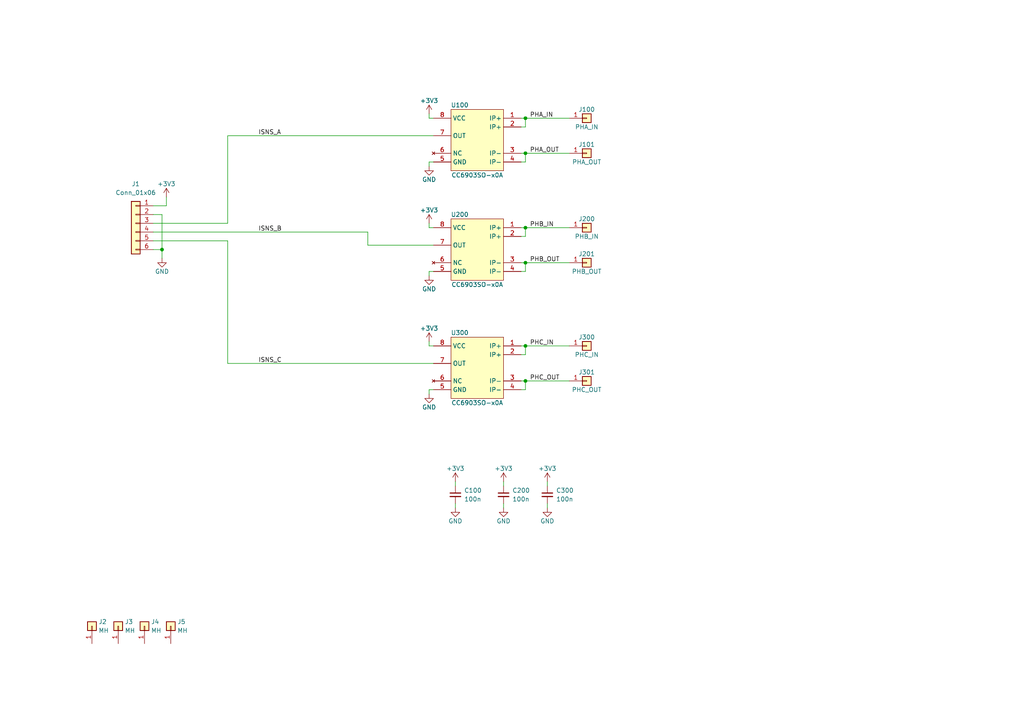
<source format=kicad_sch>
(kicad_sch (version 20211123) (generator eeschema)
  (paper "A4")
  (lib_symbols
    (symbol "Connector_Generic:Conn_01x01" (pin_names (offset 1.016) hide)
      (property "Reference" "J" (at 0 2.54 0))
      (property "Value" "Conn_01x01" (at 0 -2.54 0))
      (symbol "Conn_01x01_1_1"
        (rectangle (start -1.27 0.127) (end 0 -0.127) (stroke (width 0.1524)))
        (rectangle (start -1.27 1.27) (end 1.27 -1.27) (stroke (width 0.254)) (fill (type background)))
        (pin passive line (at -5.08 0 0) (length 3.81) (name "Pin_1") (number "1"))
      )
    )
    (symbol "Connector_Generic:Conn_01x06" (pin_names (offset 1.016) hide)
      (property "Reference" "J" (at 0 7.62 0))
      (property "Value" "Conn_01x06" (at 0 -10.16 0))
      (symbol "Conn_01x06_1_1"
        (rectangle (start -1.27 -7.493) (end 0 -7.747) (stroke (width 0.1524)))
        (rectangle (start -1.27 -4.953) (end 0 -5.207) (stroke (width 0.1524)))
        (rectangle (start -1.27 -2.413) (end 0 -2.667) (stroke (width 0.1524)))
        (rectangle (start -1.27 0.127) (end 0 -0.127) (stroke (width 0.1524)))
        (rectangle (start -1.27 2.667) (end 0 2.413) (stroke (width 0.1524)))
        (rectangle (start -1.27 5.207) (end 0 4.953) (stroke (width 0.1524)))
        (rectangle (start -1.27 6.35) (end 1.27 -8.89) (stroke (width 0.254)) (fill (type background)))
        (pin passive line (at -5.08 5.08 0) (length 3.81) (name "Pin_1") (number "1"))
        (pin passive line (at -5.08 2.54 0) (length 3.81) (name "Pin_2") (number "2"))
        (pin passive line (at -5.08 0 0) (length 3.81) (name "Pin_3") (number "3"))
        (pin passive line (at -5.08 -2.54 0) (length 3.81) (name "Pin_4") (number "4"))
        (pin passive line (at -5.08 -5.08 0) (length 3.81) (name "Pin_5") (number "5"))
        (pin passive line (at -5.08 -7.62 0) (length 3.81) (name "Pin_6") (number "6"))
      )
    )
    (symbol "Device:C_Small" (pin_numbers hide) (pin_names (offset 0.254) hide)
      (property "Reference" "C" (at 0.254 1.778 0))
      (property "Value" "C_Small" (at 0.254 -2.032 0))
      (symbol "C_Small_0_1"
        (polyline (pts (xy -1.524 -0.508) (xy 1.524 -0.508)) (stroke (width 0.3302)))
        (polyline (pts (xy -1.524 0.508) (xy 1.524 0.508)) (stroke (width 0.3048)))
      )
      (symbol "C_Small_1_1"
        (pin passive line (at 0 2.54 270) (length 2.032) (name "~") (number "1"))
        (pin passive line (at 0 -2.54 90) (length 2.032) (name "~") (number "2"))
      )
    )
    (symbol "custom_parts:CC6903SO-x0A"
      (property "Reference" "U" (at 1.27 3.81 0))
      (property "Value" "CC6903SO-x0A" (at 7.62 -16.51 0))
      (symbol "CC6903SO-x0A_0_1"
        (rectangle (start 0 2.54) (end 15.24 -15.24) (fill (type background)))
      )
      (symbol "CC6903SO-x0A_1_1"
        (pin bidirectional line (at -5.08 0 0) (length 5.08) (name "IP+") (number "1"))
        (pin bidirectional line (at -5.08 -2.54 0) (length 5.08) (name "IP+") (number "2"))
        (pin bidirectional line (at -5.08 -10.16 0) (length 5.08) (name "IP-") (number "3"))
        (pin bidirectional line (at -5.08 -12.7 0) (length 5.08) (name "IP-") (number "4"))
        (pin bidirectional line (at 20.32 -12.7 180) (length 5.08) (name "GND") (number "5"))
        (pin no_connect line (at 20.32 -10.16 180) (length 5.08) (name "NC") (number "6"))
        (pin bidirectional line (at 20.32 -5.08 180) (length 5.08) (name "OUT") (number "7"))
        (pin bidirectional line (at 20.32 0 180) (length 5.08) (name "VCC") (number "8"))
      )
    )
    (symbol "power:+3V3" (power) (pin_names (offset 0))
      (property "Value" "+3V3" (at 0 3.556 0))
      (symbol "+3V3_0_1"
        (polyline (pts (xy -0.762 1.27) (xy 0 2.54)))
        (polyline (pts (xy 0 0) (xy 0 2.54)))
        (polyline (pts (xy 0 2.54) (xy 0.762 1.27)))
      )
      (symbol "+3V3_1_1"
        (pin power_in line (at 0 0 90) (length 0) hide (name "+3V3") (number "1"))
      )
    )
    (symbol "power:GND" (power) (pin_names (offset 0))
      (property "Value" "GND" (at 0 -3.81 0))
      (symbol "GND_0_1"
        (polyline (pts (xy 0 0) (xy 0 -1.27) (xy 1.27 -1.27) (xy 0 -2.54) (xy -1.27 -1.27) (xy 0 -1.27)))
      )
      (symbol "GND_1_1"
        (pin power_in line (at 0 0 270) (length 0) hide (name "GND") (number "1"))
      )
    )
  )
  (junction (at 152.4 66.04))
  (junction (at 152.4 44.45))
  (junction (at 152.4 110.49))
  (junction (at 46.99 72.39))
  (junction (at 152.4 76.2))
  (junction (at 152.4 100.33))
  (junction (at 152.4 34.29))
  (wire (pts (xy 151.13 100.33) (xy 152.4 100.33)))
  (wire (pts (xy 151.13 36.83) (xy 152.4 36.83)))
  (wire (pts (xy 152.4 44.45) (xy 165.1 44.45)))
  (wire (pts (xy 152.4 113.03) (xy 152.4 110.49)))
  (wire (pts (xy 44.45 69.85) (xy 66.04 69.85)))
  (wire (pts (xy 66.04 64.77) (xy 66.04 39.37)))
  (wire (pts (xy 66.04 69.85) (xy 66.04 105.41)))
  (wire (pts (xy 132.08 146.05) (xy 132.08 147.32)))
  (wire (pts (xy 151.13 34.29) (xy 152.4 34.29)))
  (wire (pts (xy 124.46 46.99) (xy 124.46 48.26)))
  (wire (pts (xy 124.46 78.74) (xy 124.46 80.01)))
  (wire (pts (xy 46.99 62.23) (xy 44.45 62.23)))
  (wire (pts (xy 152.4 78.74) (xy 152.4 76.2)))
  (wire (pts (xy 152.4 76.2) (xy 165.1 76.2)))
  (wire (pts (xy 152.4 100.33) (xy 165.1 100.33)))
  (wire (pts (xy 146.05 146.05) (xy 146.05 147.32)))
  (wire (pts (xy 125.73 113.03) (xy 124.46 113.03)))
  (wire (pts (xy 152.4 34.29) (xy 165.1 34.29)))
  (wire (pts (xy 152.4 102.87) (xy 152.4 100.33)))
  (wire (pts (xy 44.45 72.39) (xy 46.99 72.39)))
  (wire (pts (xy 124.46 113.03) (xy 124.46 114.3)))
  (wire (pts (xy 66.04 105.41) (xy 125.73 105.41)))
  (wire (pts (xy 151.13 110.49) (xy 152.4 110.49)))
  (wire (pts (xy 48.26 59.69) (xy 44.45 59.69)))
  (wire (pts (xy 48.26 57.15) (xy 48.26 59.69)))
  (wire (pts (xy 46.99 74.93) (xy 46.99 72.39)))
  (wire (pts (xy 152.4 46.99) (xy 152.4 44.45)))
  (wire (pts (xy 44.45 67.31) (xy 106.68 67.31)))
  (wire (pts (xy 124.46 100.33) (xy 125.73 100.33)))
  (wire (pts (xy 124.46 33.02) (xy 124.46 34.29)))
  (wire (pts (xy 151.13 66.04) (xy 152.4 66.04)))
  (wire (pts (xy 125.73 46.99) (xy 124.46 46.99)))
  (wire (pts (xy 124.46 99.06) (xy 124.46 100.33)))
  (wire (pts (xy 158.75 146.05) (xy 158.75 147.32)))
  (wire (pts (xy 152.4 68.58) (xy 152.4 66.04)))
  (wire (pts (xy 158.75 139.7) (xy 158.75 140.97)))
  (wire (pts (xy 151.13 68.58) (xy 152.4 68.58)))
  (wire (pts (xy 151.13 78.74) (xy 152.4 78.74)))
  (wire (pts (xy 124.46 64.77) (xy 124.46 66.04)))
  (wire (pts (xy 125.73 78.74) (xy 124.46 78.74)))
  (wire (pts (xy 66.04 39.37) (xy 125.73 39.37)))
  (wire (pts (xy 44.45 64.77) (xy 66.04 64.77)))
  (wire (pts (xy 151.13 102.87) (xy 152.4 102.87)))
  (wire (pts (xy 124.46 34.29) (xy 125.73 34.29)))
  (wire (pts (xy 146.05 139.7) (xy 146.05 140.97)))
  (wire (pts (xy 152.4 66.04) (xy 165.1 66.04)))
  (wire (pts (xy 124.46 66.04) (xy 125.73 66.04)))
  (wire (pts (xy 151.13 44.45) (xy 152.4 44.45)))
  (wire (pts (xy 152.4 36.83) (xy 152.4 34.29)))
  (wire (pts (xy 46.99 72.39) (xy 46.99 62.23)))
  (wire (pts (xy 106.68 71.12) (xy 125.73 71.12)))
  (wire (pts (xy 151.13 76.2) (xy 152.4 76.2)))
  (wire (pts (xy 152.4 110.49) (xy 165.1 110.49)))
  (wire (pts (xy 151.13 46.99) (xy 152.4 46.99)))
  (wire (pts (xy 132.08 139.7) (xy 132.08 140.97)))
  (wire (pts (xy 151.13 113.03) (xy 152.4 113.03)))
  (wire (pts (xy 106.68 67.31) (xy 106.68 71.12)))
  (label "PHB_OUT" (at 153.67 76.2 0))
  (label "PHC_IN" (at 153.67 100.33 0))
  (label "ISNS_C" (at 74.93 105.41 0))
  (label "PHA_OUT" (at 153.67 44.45 0))
  (label "PHB_IN" (at 153.67 66.04 0))
  (label "PHC_OUT" (at 153.67 110.49 0))
  (label "PHA_IN" (at 153.67 34.29 0))
  (label "ISNS_B" (at 74.93 67.31 0))
  (label "ISNS_A" (at 74.93 39.37 0))
  (symbol (lib_id "power:+3V3") (at 124.46 64.77 0) (unit 1)
    (property "Reference" "#PWR0109" (effects hide))
    (property "Value" "+3V3" (at 124.46 60.96 0))
  )
  (symbol (lib_id "power:+3V3") (at 158.75 139.7 0) (unit 1)
    (property "Reference" "#PWR0101" (effects hide))
    (property "Value" "+3V3" (at 158.75 135.89 0))
  )
  (symbol (lib_id "power:GND") (at 132.08 147.32 0) (unit 1)
    (property "Reference" "#PWR0106" (effects hide))
    (property "Value" "GND" (at 132.08 151.13 0))
  )
  (symbol (lib_id "power:+3V3") (at 124.46 99.06 0) (unit 1)
    (property "Reference" "#PWR0110" (effects hide))
    (property "Value" "+3V3" (at 124.46 95.25 0))
  )
  (symbol (lib_id "Connector_Generic:Conn_01x01") (at 170.18 76.2 0) (mirror x) (unit 1)
    (property "Reference" "J201" (at 170.18 73.66 0))
    (property "Value" "PHB_OUT" (at 170.18 78.74 0))
    (property "Footprint" "stm32f334_3phase_vfd:1904969" (effects hide))
  )
  (symbol (lib_id "custom_parts:CC6903SO-x0A") (at 146.05 34.29 0) (mirror y) (unit 1)
    (property "Reference" "U100" (at 133.35 30.48 0))
    (property "Value" "CC6903SO-x0A" (at 138.43 50.8 0))
    (property "Footprint" "Package_SO:SO-8_3.9x4.9mm_P1.27mm" (effects hide))
  )
  (symbol (lib_id "Connector_Generic:Conn_01x06") (at 39.37 64.77 0) (mirror y) (unit 1)
    (property "Reference" "J1" (at 39.37 53.34 0))
    (property "Value" "Conn_01x06" (at 39.37 55.88 0))
    (property "Footprint" "Connector_JST:JST_PH_B6B-PH-K_1x06_P2.00mm_Vertical" (effects hide))
  )
  (symbol (lib_id "Connector_Generic:Conn_01x01") (at 49.53 181.61 90) (unit 1)
    (property "Reference" "J5" (at 51.435 180.34 90) (effects (justify right)))
    (property "Value" "MH" (at 51.435 182.88 90) (effects (justify right)))
    (property "Footprint" "MountingHole:MountingHole_3.2mm_M3_Pad_TopBottom" (effects hide))
  )
  (symbol (lib_id "power:+3V3") (at 132.08 139.7 0) (unit 1)
    (property "Reference" "#PWR0103" (effects hide))
    (property "Value" "+3V3" (at 132.08 135.89 0))
  )
  (symbol (lib_id "Connector_Generic:Conn_01x01") (at 170.18 66.04 0) (mirror x) (unit 1)
    (property "Reference" "J200" (at 170.18 63.5 0))
    (property "Value" "PHB_IN" (at 170.18 68.58 0))
    (property "Footprint" "stm32f334_3phase_vfd:1904969" (effects hide))
  )
  (symbol (lib_id "Device:C_Small") (at 158.75 143.51 0) (unit 1)
    (property "Reference" "C300" (at 161.29 142.2462 0) (effects (justify left)))
    (property "Value" "100n" (at 161.29 144.7862 0) (effects (justify left)))
    (property "Footprint" "Capacitor_SMD:C_1206_3216Metric" (effects hide))
  )
  (symbol (lib_id "custom_parts:CC6903SO-x0A") (at 146.05 100.33 0) (mirror y) (unit 1)
    (property "Reference" "U300" (at 133.35 96.52 0))
    (property "Value" "CC6903SO-x0A" (at 138.43 116.84 0))
    (property "Footprint" "Package_SO:SO-8_3.9x4.9mm_P1.27mm" (effects hide))
  )
  (symbol (lib_id "Connector_Generic:Conn_01x01") (at 170.18 44.45 0) (mirror x) (unit 1)
    (property "Reference" "J101" (at 170.18 41.91 0))
    (property "Value" "PHA_OUT" (at 170.18 46.99 0))
    (property "Footprint" "stm32f334_3phase_vfd:1904969" (effects hide))
  )
  (symbol (lib_id "Connector_Generic:Conn_01x01") (at 41.91 181.61 90) (unit 1)
    (property "Reference" "J4" (at 43.815 180.34 90) (effects (justify right)))
    (property "Value" "MH" (at 43.815 182.88 90) (effects (justify right)))
    (property "Footprint" "MountingHole:MountingHole_3.2mm_M3_Pad_TopBottom" (effects hide))
  )
  (symbol (lib_id "Connector_Generic:Conn_01x01") (at 170.18 110.49 0) (mirror x) (unit 1)
    (property "Reference" "J301" (at 170.18 107.95 0))
    (property "Value" "PHC_OUT" (at 170.18 113.03 0))
    (property "Footprint" "stm32f334_3phase_vfd:1904969" (effects hide))
  )
  (symbol (lib_id "power:+3V3") (at 146.05 139.7 0) (unit 1)
    (property "Reference" "#PWR0102" (effects hide))
    (property "Value" "+3V3" (at 146.05 135.89 0))
  )
  (symbol (lib_id "power:GND") (at 124.46 80.01 0) (unit 1)
    (property "Reference" "#PWR0111" (effects hide))
    (property "Value" "GND" (at 124.46 83.82 0))
  )
  (symbol (lib_id "Connector_Generic:Conn_01x01") (at 34.29 181.61 90) (unit 1)
    (property "Reference" "J3" (at 36.195 180.34 90) (effects (justify right)))
    (property "Value" "MH" (at 36.195 182.88 90) (effects (justify right)))
    (property "Footprint" "MountingHole:MountingHole_3.2mm_M3_Pad_TopBottom" (effects hide))
  )
  (symbol (lib_id "power:GND") (at 124.46 114.3 0) (unit 1)
    (property "Reference" "#PWR0112" (effects hide))
    (property "Value" "GND" (at 124.46 118.11 0))
  )
  (symbol (lib_id "power:+3V3") (at 124.46 33.02 0) (unit 1)
    (property "Reference" "#PWR0108" (effects hide))
    (property "Value" "+3V3" (at 124.46 29.21 0))
  )
  (symbol (lib_id "power:GND") (at 124.46 48.26 0) (unit 1)
    (property "Reference" "#PWR0107" (effects hide))
    (property "Value" "GND" (at 124.46 52.07 0))
  )
  (symbol (lib_id "power:GND") (at 158.75 147.32 0) (unit 1)
    (property "Reference" "#PWR0104" (effects hide))
    (property "Value" "GND" (at 158.75 151.13 0))
  )
  (symbol (lib_id "power:GND") (at 46.99 74.93 0) (unit 1)
    (property "Reference" "#PWR0113" (effects hide))
    (property "Value" "GND" (at 46.99 78.74 0))
  )
  (symbol (lib_id "Device:C_Small") (at 132.08 143.51 0) (unit 1)
    (property "Reference" "C100" (at 134.62 142.2462 0) (effects (justify left)))
    (property "Value" "100n" (at 134.62 144.7862 0) (effects (justify left)))
    (property "Footprint" "Capacitor_SMD:C_1206_3216Metric" (effects hide))
  )
  (symbol (lib_id "custom_parts:CC6903SO-x0A") (at 146.05 66.04 0) (mirror y) (unit 1)
    (property "Reference" "U200" (at 133.35 62.23 0))
    (property "Value" "CC6903SO-x0A" (at 138.43 82.55 0))
    (property "Footprint" "Package_SO:SO-8_3.9x4.9mm_P1.27mm" (effects hide))
  )
  (symbol (lib_id "power:GND") (at 146.05 147.32 0) (unit 1)
    (property "Reference" "#PWR0105" (effects hide))
    (property "Value" "GND" (at 146.05 151.13 0))
  )
  (symbol (lib_id "Connector_Generic:Conn_01x01") (at 26.67 181.61 90) (unit 1)
    (property "Reference" "J2" (at 28.575 180.34 90) (effects (justify right)))
    (property "Value" "MH" (at 28.575 182.88 90) (effects (justify right)))
    (property "Footprint" "MountingHole:MountingHole_3.2mm_M3_Pad_TopBottom" (effects hide))
  )
  (symbol (lib_id "Connector_Generic:Conn_01x01") (at 170.18 34.29 0) (mirror x) (unit 1)
    (property "Reference" "J100" (at 170.18 31.75 0))
    (property "Value" "PHA_IN" (at 170.18 36.83 0))
    (property "Footprint" "stm32f334_3phase_vfd:1904969" (effects hide))
  )
  (symbol (lib_id "Device:C_Small") (at 146.05 143.51 0) (unit 1)
    (property "Reference" "C200" (at 148.59 142.2462 0) (effects (justify left)))
    (property "Value" "100n" (at 148.59 144.7862 0) (effects (justify left)))
    (property "Footprint" "Capacitor_SMD:C_1206_3216Metric" (effects hide))
  )
  (symbol (lib_id "power:+3V3") (at 48.26 57.15 0) (unit 1)
    (property "Reference" "#PWR0114" (effects hide))
    (property "Value" "+3V3" (at 48.26 53.34 0))
  )
  (symbol (lib_id "Connector_Generic:Conn_01x01") (at 170.18 100.33 0) (mirror x) (unit 1)
    (property "Reference" "J300" (at 170.18 97.79 0))
    (property "Value" "PHC_IN" (at 170.18 102.87 0))
    (property "Footprint" "stm32f334_3phase_vfd:1904969" (effects hide))
  )
)
</source>
